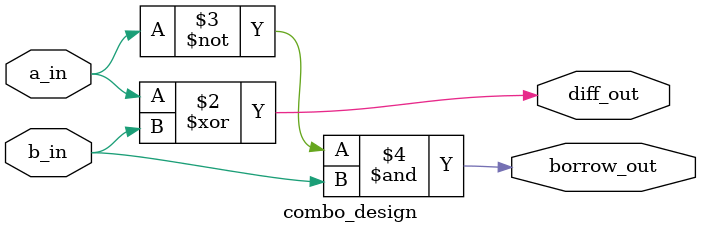
<source format=v>
module combo_design(input a_in, b_in, output reg diff_out, output borrow_out);

/* Functionality of half substractor diff_out is XOR of a_in, b_in */

always @ (a_in, b_in)
   diff_out = a_in ^ b_in;

/* Functional description of the logic for borrow_out that is~a_in & b_in */
    assign borrow_out = (~a_in) & b_in;
endmodule

</source>
